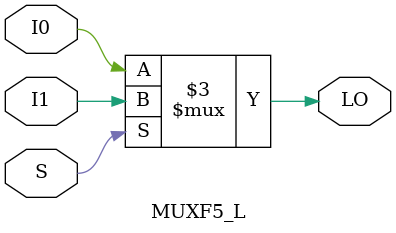
<source format=v>

`timescale  1 ps / 1 ps

module MUXF5_L (LO, I0, I1, S);

    output LO;
    reg    LO;

    input  I0, I1, S;

	always @(I0 or I1 or S) 
	    if (S)
		LO = I1;
	    else
		LO = I0;
endmodule


</source>
